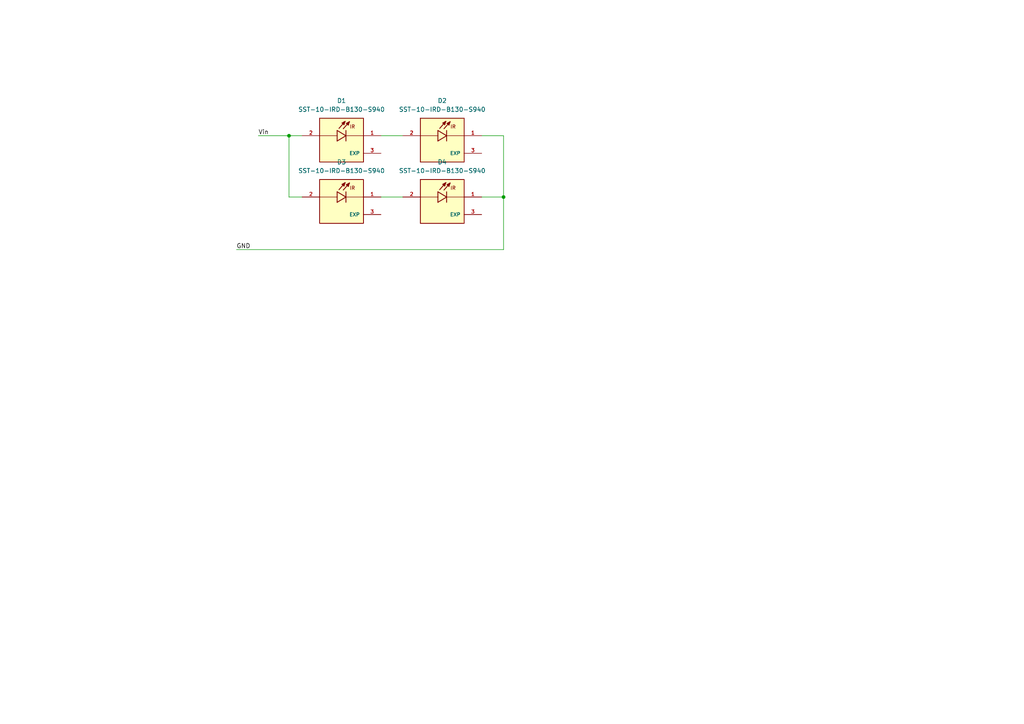
<source format=kicad_sch>
(kicad_sch (version 20230121) (generator eeschema)
  (paper "A4")
  (lib_symbols
    (symbol "SST-10-IRD-B130-S940:SST-10-IRD-B130-S940" (pin_names (offset 1.016))
      (property "Reference" "D" (at -7.62 6.35 0))
      (property "Value" "SST-10-IRD-B130-S940" (at -7.62 -8.89 0))
      (symbol "SST-10-IRD-B130-S940_0_0"
        (rectangle (start -7.62 -7.62) (end 5.08 5.08) (stroke (width 0.254)) (fill (type background)))
        (polyline (pts (xy -2.54 -1.524) (xy 0 0)) (stroke (width 0.254)))
        (polyline (pts (xy -2.54 0) (xy -7.62 0)) (stroke (width 0.1524)))
        (polyline (pts (xy -2.54 0) (xy -2.54 -1.524)) (stroke (width 0.254)))
        (polyline (pts (xy -2.54 1.524) (xy -2.54 0)) (stroke (width 0.254)))
        (polyline (pts (xy -1.1176 3.683) (xy -0.2286 4.1656)) (stroke (width 0.254)))
        (polyline (pts (xy -0.9398 3.6068) (xy -0.7112 3.7592)) (stroke (width 0.254)))
        (polyline (pts (xy -0.5588 3.2004) (xy -1.1176 3.683)) (stroke (width 0.254)))
        (polyline (pts (xy -0.5588 3.2004) (xy -0.5334 3.937)) (stroke (width 0.254)))
        (polyline (pts (xy -0.5334 3.937) (xy -0.6604 3.937)) (stroke (width 0.254)))
        (polyline (pts (xy -0.2286 4.1656) (xy -2.0066 2.1336)) (stroke (width 0.254)))
        (polyline (pts (xy -0.2286 4.1656) (xy -0.5588 3.2004)) (stroke (width 0.254)))
        (polyline (pts (xy 0 0) (xy -2.54 1.524)) (stroke (width 0.254)))
        (polyline (pts (xy 0 0) (xy 0 -1.524)) (stroke (width 0.254)))
        (polyline (pts (xy 0 1.524) (xy 0 0)) (stroke (width 0.254)))
        (polyline (pts (xy 0.127 3.5814) (xy 1.016 4.064)) (stroke (width 0.254)))
        (polyline (pts (xy 0.3048 3.5052) (xy 0.5334 3.6576)) (stroke (width 0.254)))
        (polyline (pts (xy 0.6858 3.0988) (xy 0.127 3.5814)) (stroke (width 0.254)))
        (polyline (pts (xy 0.6858 3.0988) (xy 0.7112 3.8354)) (stroke (width 0.254)))
        (polyline (pts (xy 0.7112 3.8354) (xy 0.5842 3.8354)) (stroke (width 0.254)))
        (polyline (pts (xy 1.016 4.064) (xy -0.762 2.032)) (stroke (width 0.254)))
        (polyline (pts (xy 1.016 4.064) (xy 0.6858 3.0988)) (stroke (width 0.254)))
        (polyline (pts (xy 5.08 0) (xy 0 0)) (stroke (width 0.1524)))
        (text "IR" (at 1.016 2.032 0) (effects (font (size 1.016 1.016)) (justify left bottom)))
        (pin passive line (at 10.16 0 180) (length 5.08) (name "~") (number "1"))
        (pin passive line (at -12.7 0 0) (length 5.08) (name "~") (number "2"))
        (pin passive line (at 10.16 -5.08 180) (length 5.08) (name "EXP") (number "3"))
      )
    )
  )
  (junction (at 146.05 57.15))
  (junction (at 83.82 39.37))
  (wire (pts (xy 87.63 57.15) (xy 83.82 57.15)))
  (wire (pts (xy 139.7 57.15) (xy 146.05 57.15)))
  (wire (pts (xy 74.93 39.37) (xy 83.82 39.37)))
  (wire (pts (xy 68.58 72.39) (xy 146.05 72.39)))
  (wire (pts (xy 139.7 39.37) (xy 146.05 39.37)))
  (wire (pts (xy 83.82 39.37) (xy 87.63 39.37)))
  (wire (pts (xy 146.05 57.15) (xy 146.05 72.39)))
  (wire (pts (xy 83.82 57.15) (xy 83.82 39.37)))
  (wire (pts (xy 110.49 39.37) (xy 116.84 39.37)))
  (wire (pts (xy 146.05 39.37) (xy 146.05 57.15)))
  (wire (pts (xy 110.49 57.15) (xy 116.84 57.15)))
  (label "GND" (at 68.58 72.39 0))
  (label "Vin" (at 74.93 39.37 0))
  (symbol (lib_id "SST-10-IRD-B130-S940:SST-10-IRD-B130-S940") (at 100.33 57.15 0) (unit 1)
    (property "Reference" "D3" (at 99.06 46.99 0))
    (property "Value" "SST-10-IRD-B130-S940" (at 99.06 49.53 0))
    (property "Footprint" "SST-10-IRD-B130-S940:SST-10-B130" (effects hide))
    (property "MF" "Luminus Devices Inc." (effects hide))
    (property "MAXIMUM_PACKAGE_HEIGHT" "2.03 mm" (effects hide))
    (property "Package" "None" (effects hide))
    (property "Price" "None" (effects hide))
    (property "Check_prices" "https://www.snapeda.com/parts/SST-10-IRD-B130-S940/Luminus+Devices+Inc./view-part/?ref=eda" (effects hide))
    (property "STANDARD" "Manufacturer Recommendations" (effects hide))
    (property "PARTREV" "01" (effects hide))
    (property "SnapEDA_Link" "https://www.snapeda.com/parts/SST-10-IRD-B130-S940/Luminus+Devices+Inc./view-part/?ref=snap" (effects hide))
    (property "MP" "SST-10-IRD-B130-S940" (effects hide))
    (property "Purchase-URL" "https://www.snapeda.com/api/url_track_click_mouser/?unipart_id=4889797&manufacturer=Luminus Devices Inc.&part_name=SST-10-IRD-B130-S940&search_term=None" (effects hide))
    (property "Description" "\nInfrared (IR) Emitter 950nm 2.8V 1.5A 410mW/sr @ 1A (Typ) 130° 1414 (3535 Metric)\n" (effects hide))
    (property "Availability" "In Stock" (effects hide))
    (property "MANUFACTURER" "Luminus" (effects hide))
  )
  (symbol (lib_id "SST-10-IRD-B130-S940:SST-10-IRD-B130-S940") (at 129.54 57.15 0) (unit 1)
    (property "Reference" "D4" (at 128.27 46.99 0))
    (property "Value" "SST-10-IRD-B130-S940" (at 128.27 49.53 0))
    (property "Footprint" "SST-10-IRD-B130-S940:SST-10-B130" (effects hide))
    (property "MF" "Luminus Devices Inc." (effects hide))
    (property "MAXIMUM_PACKAGE_HEIGHT" "2.03 mm" (effects hide))
    (property "Package" "None" (effects hide))
    (property "Price" "None" (effects hide))
    (property "Check_prices" "https://www.snapeda.com/parts/SST-10-IRD-B130-S940/Luminus+Devices+Inc./view-part/?ref=eda" (effects hide))
    (property "STANDARD" "Manufacturer Recommendations" (effects hide))
    (property "PARTREV" "01" (effects hide))
    (property "SnapEDA_Link" "https://www.snapeda.com/parts/SST-10-IRD-B130-S940/Luminus+Devices+Inc./view-part/?ref=snap" (effects hide))
    (property "MP" "SST-10-IRD-B130-S940" (effects hide))
    (property "Purchase-URL" "https://www.snapeda.com/api/url_track_click_mouser/?unipart_id=4889797&manufacturer=Luminus Devices Inc.&part_name=SST-10-IRD-B130-S940&search_term=None" (effects hide))
    (property "Description" "\nInfrared (IR) Emitter 950nm 2.8V 1.5A 410mW/sr @ 1A (Typ) 130° 1414 (3535 Metric)\n" (effects hide))
    (property "Availability" "In Stock" (effects hide))
    (property "MANUFACTURER" "Luminus" (effects hide))
  )
  (symbol (lib_id "SST-10-IRD-B130-S940:SST-10-IRD-B130-S940") (at 100.33 39.37 0) (unit 1)
    (property "Reference" "D1" (at 99.06 29.21 0))
    (property "Value" "SST-10-IRD-B130-S940" (at 99.06 31.75 0))
    (property "Footprint" "SST-10-IRD-B130-S940:SST-10-B130" (effects hide))
    (property "MF" "Luminus Devices Inc." (effects hide))
    (property "MAXIMUM_PACKAGE_HEIGHT" "2.03 mm" (effects hide))
    (property "Package" "None" (effects hide))
    (property "Price" "None" (effects hide))
    (property "Check_prices" "https://www.snapeda.com/parts/SST-10-IRD-B130-S940/Luminus+Devices+Inc./view-part/?ref=eda" (effects hide))
    (property "STANDARD" "Manufacturer Recommendations" (effects hide))
    (property "PARTREV" "01" (effects hide))
    (property "SnapEDA_Link" "https://www.snapeda.com/parts/SST-10-IRD-B130-S940/Luminus+Devices+Inc./view-part/?ref=snap" (effects hide))
    (property "MP" "SST-10-IRD-B130-S940" (effects hide))
    (property "Purchase-URL" "https://www.snapeda.com/api/url_track_click_mouser/?unipart_id=4889797&manufacturer=Luminus Devices Inc.&part_name=SST-10-IRD-B130-S940&search_term=None" (effects hide))
    (property "Description" "\nInfrared (IR) Emitter 950nm 2.8V 1.5A 410mW/sr @ 1A (Typ) 130° 1414 (3535 Metric)\n" (effects hide))
    (property "Availability" "In Stock" (effects hide))
    (property "MANUFACTURER" "Luminus" (effects hide))
  )
  (symbol (lib_id "SST-10-IRD-B130-S940:SST-10-IRD-B130-S940") (at 129.54 39.37 0) (unit 1)
    (property "Reference" "D2" (at 128.27 29.21 0))
    (property "Value" "SST-10-IRD-B130-S940" (at 128.27 31.75 0))
    (property "Footprint" "SST-10-IRD-B130-S940:SST-10-B130" (effects hide))
    (property "MF" "Luminus Devices Inc." (effects hide))
    (property "MAXIMUM_PACKAGE_HEIGHT" "2.03 mm" (effects hide))
    (property "Package" "None" (effects hide))
    (property "Price" "None" (effects hide))
    (property "Check_prices" "https://www.snapeda.com/parts/SST-10-IRD-B130-S940/Luminus+Devices+Inc./view-part/?ref=eda" (effects hide))
    (property "STANDARD" "Manufacturer Recommendations" (effects hide))
    (property "PARTREV" "01" (effects hide))
    (property "SnapEDA_Link" "https://www.snapeda.com/parts/SST-10-IRD-B130-S940/Luminus+Devices+Inc./view-part/?ref=snap" (effects hide))
    (property "MP" "SST-10-IRD-B130-S940" (effects hide))
    (property "Purchase-URL" "https://www.snapeda.com/api/url_track_click_mouser/?unipart_id=4889797&manufacturer=Luminus Devices Inc.&part_name=SST-10-IRD-B130-S940&search_term=None" (effects hide))
    (property "Description" "\nInfrared (IR) Emitter 950nm 2.8V 1.5A 410mW/sr @ 1A (Typ) 130° 1414 (3535 Metric)\n" (effects hide))
    (property "Availability" "In Stock" (effects hide))
    (property "MANUFACTURER" "Luminus" (effects hide))
  )
)
</source>
